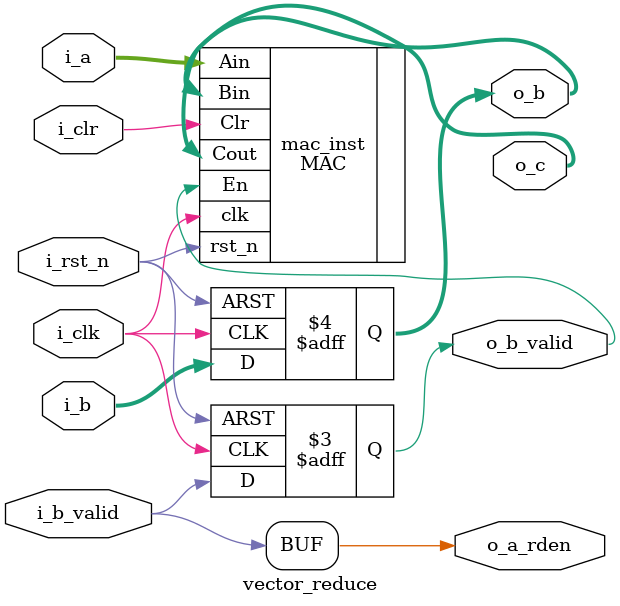
<source format=sv>
`default_nettype none

module vector_reduce #(
    parameter DATA_WIDTH = 8
)(
    input  logic i_clk,
    input  logic i_rst_n,
    input  logic i_clr,

    /* Recieve b value from previous vector reducer */
    input  logic i_b_valid,
    input  logic [DATA_WIDTH-1:0] i_b,

    /* Request and recieve a values from FIFO */
    output logic o_a_rden,
    input  logic [DATA_WIDTH-1:0] i_a,

    /* Output b value for next vector reducer */
    output logic o_b_valid,
    output logic [DATA_WIDTH-1:0] o_b,
    
    /* Output c value */
    output logic [DATA_WIDTH*3-1:0] o_c
);

    MAC #(DATA_WIDTH) mac_inst (
        .clk(i_clk),
        .rst_n(i_rst_n),
        /* 
         * Reading from o_b* instead of i_b*, as there is a 1 cycle delay
         * between asserting o_a_rden and i_a becoming valid
         */
        .En(o_b_valid),
        .Clr(i_clr),
        .Ain(i_a),
        .Bin(o_b),
        .Cout(o_c)
    );

    assign o_a_rden = i_b_valid;

    always_ff @(posedge i_clk, negedge i_rst_n) begin
        if (!i_rst_n) begin
            o_b_valid <= '0;
            o_b <= '0;
        end
        else begin
            o_b_valid <= i_b_valid;
            o_b <= i_b;
        end
    end

endmodule


</source>
